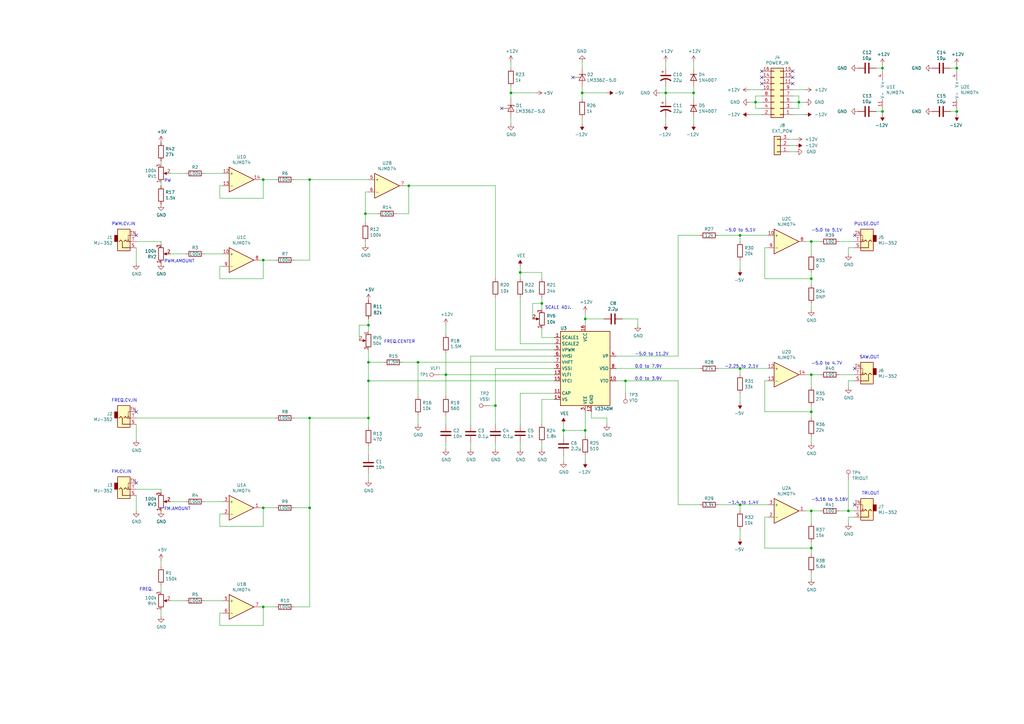
<source format=kicad_sch>
(kicad_sch (version 20211123) (generator eeschema)
  (paper "A3")
  (title_block (date "2020-03-26"))
  (junction (at 392.43 27.94))
  (junction (at 347.98 209.55))
  (junction (at 256.54 156.21))
  (junction (at 149.86 87.63))
  (junction (at 332.74 153.67))
  (junction (at 303.53 96.52))
  (junction (at 182.88 153.67))
  (junction (at 332.74 114.3))
  (junction (at 240.03 176.53))
  (junction (at 327.66 41.91))
  (junction (at 167.64 76.2))
  (junction (at 361.95 27.94))
  (junction (at 127 208.28))
  (junction (at 151.13 148.59))
  (junction (at 127 73.66))
  (junction (at 203.2 166.37))
  (junction (at 303.53 151.13))
  (junction (at 332.74 224.79))
  (junction (at 238.76 38.1))
  (junction (at 240.03 130.81))
  (junction (at 151.13 171.45))
  (junction (at 332.74 209.55))
  (junction (at 127 171.45))
  (junction (at 107.95 73.66))
  (junction (at 151.13 156.21))
  (junction (at 171.45 148.59))
  (junction (at 309.88 41.91))
  (junction (at 231.14 176.53))
  (junction (at 303.53 207.01))
  (junction (at 209.55 38.1))
  (junction (at 107.95 208.28))
  (junction (at 392.43 45.72))
  (junction (at 361.95 45.72))
  (junction (at 222.25 124.46))
  (junction (at 332.74 168.91))
  (junction (at 213.36 111.76))
  (junction (at 107.95 248.92))
  (junction (at 273.05 38.1))
  (junction (at 151.13 133.35))
  (junction (at 284.48 38.1))
  (junction (at 107.95 106.68))
  (junction (at 332.74 99.06))
  (no_connect (at 312.42 31.75))
  (no_connect (at 55.88 198.12))
  (no_connect (at 325.12 34.29))
  (no_connect (at 55.88 168.91))
  (no_connect (at 55.88 96.52))
  (no_connect (at 205.74 44.45))
  (no_connect (at 234.95 31.75))
  (no_connect (at 325.12 31.75))
  (no_connect (at 350.52 96.52))
  (no_connect (at 312.42 29.21))
  (no_connect (at 312.42 34.29))
  (no_connect (at 350.52 151.13))
  (no_connect (at 350.52 207.01))
  (no_connect (at 325.12 29.21))
  (wire (pts (xy 332.74 166.37) (xy 332.74 168.91)))
  (wire (pts (xy 392.43 26.67) (xy 392.43 27.94)))
  (wire (pts (xy 392.43 44.45) (xy 392.43 45.72)))
  (wire (pts (xy 332.74 104.14) (xy 332.74 99.06)))
  (wire (pts (xy 231.14 186.69) (xy 231.14 189.23)))
  (wire (pts (xy 325.12 36.83) (xy 330.2 36.83)))
  (wire (pts (xy 330.2 209.55) (xy 332.74 209.55)))
  (wire (pts (xy 240.03 130.81) (xy 247.65 130.81)))
  (wire (pts (xy 307.34 36.83) (xy 312.42 36.83)))
  (wire (pts (xy 347.98 196.85) (xy 347.98 209.55)))
  (wire (pts (xy 256.54 161.29) (xy 256.54 156.21)))
  (wire (pts (xy 90.17 76.2) (xy 90.17 81.28)))
  (wire (pts (xy 171.45 148.59) (xy 165.1 148.59)))
  (wire (pts (xy 90.17 114.3) (xy 107.95 114.3)))
  (wire (pts (xy 151.13 182.88) (xy 151.13 186.69)))
  (wire (pts (xy 120.65 208.28) (xy 127 208.28)))
  (wire (pts (xy 392.43 45.72) (xy 392.43 46.99)))
  (wire (pts (xy 203.2 181.61) (xy 203.2 184.15)))
  (wire (pts (xy 330.2 46.99) (xy 325.12 46.99)))
  (wire (pts (xy 120.65 171.45) (xy 127 171.45)))
  (wire (pts (xy 90.17 210.82) (xy 90.17 215.9)))
  (wire (pts (xy 203.2 173.99) (xy 203.2 166.37)))
  (wire (pts (xy 284.48 35.56) (xy 284.48 38.1)))
  (wire (pts (xy 107.95 208.28) (xy 106.68 208.28)))
  (wire (pts (xy 66.04 200.66) (xy 66.04 201.93)))
  (wire (pts (xy 323.85 59.69) (xy 326.39 59.69)))
  (wire (pts (xy 203.2 166.37) (xy 203.2 151.13)))
  (wire (pts (xy 359.41 27.94) (xy 361.95 27.94)))
  (wire (pts (xy 238.76 25.4) (xy 238.76 27.94)))
  (wire (pts (xy 350.52 212.09) (xy 347.98 212.09)))
  (wire (pts (xy 392.43 27.94) (xy 392.43 29.21)))
  (wire (pts (xy 240.03 130.81) (xy 240.03 133.35)))
  (wire (pts (xy 231.14 176.53) (xy 231.14 179.07)))
  (wire (pts (xy 326.39 62.23) (xy 323.85 62.23)))
  (wire (pts (xy 127 73.66) (xy 151.13 73.66)))
  (wire (pts (xy 151.13 148.59) (xy 151.13 156.21)))
  (wire (pts (xy 55.88 200.66) (xy 66.04 200.66)))
  (wire (pts (xy 332.74 158.75) (xy 332.74 153.67)))
  (wire (pts (xy 231.14 173.99) (xy 231.14 176.53)))
  (wire (pts (xy 273.05 48.26) (xy 273.05 50.8)))
  (wire (pts (xy 171.45 148.59) (xy 227.33 148.59)))
  (wire (pts (xy 91.44 76.2) (xy 90.17 76.2)))
  (wire (pts (xy 231.14 176.53) (xy 240.03 176.53)))
  (wire (pts (xy 248.92 171.45) (xy 248.92 173.99)))
  (wire (pts (xy 222.25 181.61) (xy 222.25 184.15)))
  (wire (pts (xy 284.48 48.26) (xy 284.48 50.8)))
  (wire (pts (xy 313.69 101.6) (xy 313.69 114.3)))
  (wire (pts (xy 151.13 156.21) (xy 227.33 156.21)))
  (wire (pts (xy 361.95 45.72) (xy 361.95 46.99)))
  (wire (pts (xy 330.2 41.91) (xy 327.66 41.91)))
  (wire (pts (xy 157.48 148.59) (xy 151.13 148.59)))
  (wire (pts (xy 330.2 153.67) (xy 332.74 153.67)))
  (wire (pts (xy 203.2 143.51) (xy 203.2 121.92)))
  (wire (pts (xy 240.03 186.69) (xy 240.03 189.23)))
  (wire (pts (xy 278.13 96.52) (xy 287.02 96.52)))
  (wire (pts (xy 312.42 41.91) (xy 309.88 41.91)))
  (wire (pts (xy 182.88 153.67) (xy 182.88 162.56)))
  (wire (pts (xy 90.17 251.46) (xy 90.17 256.54)))
  (wire (pts (xy 149.86 99.06) (xy 149.86 100.33)))
  (wire (pts (xy 107.95 114.3) (xy 107.95 106.68)))
  (wire (pts (xy 309.88 41.91) (xy 309.88 39.37)))
  (wire (pts (xy 107.95 106.68) (xy 106.68 106.68)))
  (wire (pts (xy 347.98 212.09) (xy 347.98 214.63)))
  (wire (pts (xy 83.82 104.14) (xy 91.44 104.14)))
  (wire (pts (xy 120.65 248.92) (xy 127 248.92)))
  (wire (pts (xy 180.34 153.67) (xy 182.88 153.67)))
  (wire (pts (xy 273.05 38.1) (xy 273.05 35.56)))
  (wire (pts (xy 314.96 212.09) (xy 313.69 212.09)))
  (wire (pts (xy 326.39 57.15) (xy 323.85 57.15)))
  (wire (pts (xy 154.94 87.63) (xy 149.86 87.63)))
  (wire (pts (xy 325.12 41.91) (xy 327.66 41.91)))
  (wire (pts (xy 90.17 215.9) (xy 107.95 215.9)))
  (wire (pts (xy 294.64 207.01) (xy 303.53 207.01)))
  (wire (pts (xy 193.04 181.61) (xy 193.04 184.15)))
  (wire (pts (xy 213.36 161.29) (xy 213.36 173.99)))
  (wire (pts (xy 350.52 156.21) (xy 347.98 156.21)))
  (wire (pts (xy 66.04 74.93) (xy 66.04 76.2)))
  (wire (pts (xy 240.03 176.53) (xy 240.03 179.07)))
  (wire (pts (xy 113.03 106.68) (xy 107.95 106.68)))
  (wire (pts (xy 151.13 130.81) (xy 151.13 133.35)))
  (wire (pts (xy 167.64 76.2) (xy 166.37 76.2)))
  (wire (pts (xy 347.98 209.55) (xy 350.52 209.55)))
  (wire (pts (xy 83.82 246.38) (xy 91.44 246.38)))
  (wire (pts (xy 332.74 153.67) (xy 336.55 153.67)))
  (wire (pts (xy 120.65 73.66) (xy 127 73.66)))
  (wire (pts (xy 66.04 250.19) (xy 66.04 252.73)))
  (wire (pts (xy 303.53 217.17) (xy 303.53 220.98)))
  (wire (pts (xy 222.25 124.46) (xy 222.25 127)))
  (wire (pts (xy 55.88 203.2) (xy 55.88 209.55)))
  (wire (pts (xy 107.95 73.66) (xy 113.03 73.66)))
  (wire (pts (xy 238.76 38.1) (xy 238.76 40.64)))
  (wire (pts (xy 66.04 240.03) (xy 66.04 242.57)))
  (wire (pts (xy 256.54 156.21) (xy 252.73 156.21)))
  (wire (pts (xy 361.95 44.45) (xy 361.95 45.72)))
  (wire (pts (xy 83.82 71.12) (xy 91.44 71.12)))
  (wire (pts (xy 209.55 38.1) (xy 209.55 40.64)))
  (wire (pts (xy 227.33 140.97) (xy 213.36 140.97)))
  (wire (pts (xy 222.25 163.83) (xy 227.33 163.83)))
  (wire (pts (xy 238.76 35.56) (xy 238.76 38.1)))
  (wire (pts (xy 127 171.45) (xy 151.13 171.45)))
  (wire (pts (xy 332.74 168.91) (xy 313.69 168.91)))
  (wire (pts (xy 107.95 73.66) (xy 106.68 73.66)))
  (wire (pts (xy 55.88 101.6) (xy 55.88 107.95)))
  (wire (pts (xy 252.73 151.13) (xy 287.02 151.13)))
  (wire (pts (xy 218.44 124.46) (xy 222.25 124.46)))
  (wire (pts (xy 284.48 38.1) (xy 284.48 40.64)))
  (wire (pts (xy 350.52 101.6) (xy 347.98 101.6)))
  (wire (pts (xy 278.13 156.21) (xy 256.54 156.21)))
  (wire (pts (xy 347.98 156.21) (xy 347.98 158.75)))
  (wire (pts (xy 242.57 168.91) (xy 242.57 171.45)))
  (wire (pts (xy 147.32 133.35) (xy 147.32 139.7)))
  (wire (pts (xy 332.74 179.07) (xy 332.74 181.61)))
  (wire (pts (xy 182.88 181.61) (xy 182.88 184.15)))
  (wire (pts (xy 332.74 99.06) (xy 336.55 99.06)))
  (wire (pts (xy 238.76 48.26) (xy 238.76 50.8)))
  (wire (pts (xy 309.88 41.91) (xy 307.34 41.91)))
  (wire (pts (xy 273.05 38.1) (xy 284.48 38.1)))
  (wire (pts (xy 120.65 106.68) (xy 127 106.68)))
  (wire (pts (xy 107.95 81.28) (xy 107.95 73.66)))
  (wire (pts (xy 332.74 222.25) (xy 332.74 224.79)))
  (wire (pts (xy 193.04 146.05) (xy 193.04 173.99)))
  (wire (pts (xy 332.74 234.95) (xy 332.74 237.49)))
  (wire (pts (xy 313.69 212.09) (xy 313.69 224.79)))
  (wire (pts (xy 151.13 133.35) (xy 147.32 133.35)))
  (wire (pts (xy 209.55 25.4) (xy 209.55 27.94)))
  (wire (pts (xy 240.03 128.27) (xy 240.03 130.81)))
  (wire (pts (xy 344.17 153.67) (xy 350.52 153.67)))
  (wire (pts (xy 332.74 124.46) (xy 332.74 127)))
  (wire (pts (xy 314.96 207.01) (xy 303.53 207.01)))
  (wire (pts (xy 314.96 151.13) (xy 303.53 151.13)))
  (wire (pts (xy 332.74 168.91) (xy 332.74 171.45)))
  (wire (pts (xy 332.74 111.76) (xy 332.74 114.3)))
  (wire (pts (xy 303.53 161.29) (xy 303.53 165.1)))
  (wire (pts (xy 332.74 224.79) (xy 313.69 224.79)))
  (wire (pts (xy 90.17 81.28) (xy 107.95 81.28)))
  (wire (pts (xy 294.64 96.52) (xy 303.53 96.52)))
  (wire (pts (xy 127 248.92) (xy 127 208.28)))
  (wire (pts (xy 314.96 101.6) (xy 313.69 101.6)))
  (wire (pts (xy 312.42 46.99) (xy 307.34 46.99)))
  (wire (pts (xy 294.64 151.13) (xy 303.53 151.13)))
  (wire (pts (xy 55.88 99.06) (xy 66.04 99.06)))
  (wire (pts (xy 314.96 156.21) (xy 313.69 156.21)))
  (wire (pts (xy 278.13 156.21) (xy 278.13 207.01)))
  (wire (pts (xy 344.17 99.06) (xy 350.52 99.06)))
  (wire (pts (xy 213.36 181.61) (xy 213.36 184.15)))
  (wire (pts (xy 149.86 78.74) (xy 149.86 87.63)))
  (wire (pts (xy 107.95 256.54) (xy 107.95 248.92)))
  (wire (pts (xy 91.44 251.46) (xy 90.17 251.46)))
  (wire (pts (xy 151.13 133.35) (xy 151.13 135.89)))
  (wire (pts (xy 218.44 130.81) (xy 218.44 124.46)))
  (wire (pts (xy 240.03 168.91) (xy 240.03 176.53)))
  (wire (pts (xy 332.74 224.79) (xy 332.74 227.33)))
  (wire (pts (xy 359.41 45.72) (xy 361.95 45.72)))
  (wire (pts (xy 389.89 27.94) (xy 392.43 27.94)))
  (wire (pts (xy 203.2 114.3) (xy 203.2 76.2)))
  (wire (pts (xy 303.53 207.01) (xy 303.53 209.55)))
  (wire (pts (xy 222.25 163.83) (xy 222.25 173.99)))
  (wire (pts (xy 213.36 161.29) (xy 227.33 161.29)))
  (wire (pts (xy 203.2 151.13) (xy 227.33 151.13)))
  (wire (pts (xy 227.33 143.51) (xy 203.2 143.51)))
  (wire (pts (xy 127 208.28) (xy 127 171.45)))
  (wire (pts (xy 113.03 208.28) (xy 107.95 208.28)))
  (wire (pts (xy 222.25 121.92) (xy 222.25 124.46)))
  (wire (pts (xy 162.56 87.63) (xy 167.64 87.63)))
  (wire (pts (xy 69.85 246.38) (xy 76.2 246.38)))
  (wire (pts (xy 327.66 41.91) (xy 327.66 39.37)))
  (wire (pts (xy 278.13 207.01) (xy 287.02 207.01)))
  (wire (pts (xy 314.96 96.52) (xy 303.53 96.52)))
  (wire (pts (xy 66.04 99.06) (xy 66.04 100.33)))
  (wire (pts (xy 327.66 44.45) (xy 327.66 41.91)))
  (wire (pts (xy 182.88 133.35) (xy 182.88 137.16)))
  (wire (pts (xy 182.88 144.78) (xy 182.88 153.67)))
  (wire (pts (xy 344.17 209.55) (xy 347.98 209.55)))
  (wire (pts (xy 222.25 138.43) (xy 227.33 138.43)))
  (wire (pts (xy 312.42 39.37) (xy 309.88 39.37)))
  (wire (pts (xy 90.17 256.54) (xy 107.95 256.54)))
  (wire (pts (xy 151.13 156.21) (xy 151.13 171.45)))
  (wire (pts (xy 200.66 166.37) (xy 203.2 166.37)))
  (wire (pts (xy 66.04 229.87) (xy 66.04 232.41)))
  (wire (pts (xy 213.36 121.92) (xy 213.36 140.97)))
  (wire (pts (xy 242.57 171.45) (xy 248.92 171.45)))
  (wire (pts (xy 325.12 44.45) (xy 327.66 44.45)))
  (wire (pts (xy 213.36 111.76) (xy 222.25 111.76)))
  (wire (pts (xy 83.82 205.74) (xy 91.44 205.74)))
  (wire (pts (xy 151.13 171.45) (xy 151.13 175.26)))
  (wire (pts (xy 309.88 44.45) (xy 309.88 41.91)))
  (wire (pts (xy 55.88 173.99) (xy 55.88 180.34)))
  (wire (pts (xy 107.95 215.9) (xy 107.95 208.28)))
  (wire (pts (xy 193.04 146.05) (xy 227.33 146.05)))
  (wire (pts (xy 219.71 38.1) (xy 209.55 38.1)))
  (wire (pts (xy 248.92 38.1) (xy 238.76 38.1)))
  (wire (pts (xy 303.53 96.52) (xy 303.53 99.06)))
  (wire (pts (xy 222.25 134.62) (xy 222.25 138.43)))
  (wire (pts (xy 171.45 162.56) (xy 171.45 148.59)))
  (wire (pts (xy 261.62 130.81) (xy 261.62 133.35)))
  (wire (pts (xy 332.74 114.3) (xy 313.69 114.3)))
  (wire (pts (xy 284.48 25.4) (xy 284.48 27.94)))
  (wire (pts (xy 361.95 27.94) (xy 361.95 29.21)))
  (wire (pts (xy 303.53 151.13) (xy 303.53 153.67)))
  (wire (pts (xy 222.25 111.76) (xy 222.25 114.3)))
  (wire (pts (xy 167.64 87.63) (xy 167.64 76.2)))
  (wire (pts (xy 278.13 96.52) (xy 278.13 146.05)))
  (wire (pts (xy 209.55 48.26) (xy 209.55 50.8)))
  (wire (pts (xy 303.53 106.68) (xy 303.53 110.49)))
  (wire (pts (xy 209.55 35.56) (xy 209.55 38.1)))
  (wire (pts (xy 332.74 209.55) (xy 332.74 214.63)))
  (wire (pts (xy 182.88 153.67) (xy 227.33 153.67)))
  (wire (pts (xy 203.2 76.2) (xy 167.64 76.2)))
  (wire (pts (xy 278.13 146.05) (xy 252.73 146.05)))
  (wire (pts (xy 313.69 156.21) (xy 313.69 168.91)))
  (wire (pts (xy 213.36 114.3) (xy 213.36 111.76)))
  (wire (pts (xy 69.85 71.12) (xy 76.2 71.12)))
  (wire (pts (xy 91.44 109.22) (xy 90.17 109.22)))
  (wire (pts (xy 107.95 248.92) (xy 106.68 248.92)))
  (wire (pts (xy 151.13 78.74) (xy 149.86 78.74)))
  (wire (pts (xy 389.89 45.72) (xy 392.43 45.72)))
  (wire (pts (xy 151.13 143.51) (xy 151.13 148.59)))
  (wire (pts (xy 113.03 171.45) (xy 55.88 171.45)))
  (wire (pts (xy 213.36 111.76) (xy 213.36 109.22)))
  (wire (pts (xy 332.74 114.3) (xy 332.74 116.84)))
  (wire (pts (xy 330.2 99.06) (xy 332.74 99.06)))
  (wire (pts (xy 273.05 27.94) (xy 273.05 25.4)))
  (wire (pts (xy 182.88 170.18) (xy 182.88 173.99)))
  (wire (pts (xy 91.44 210.82) (xy 90.17 210.82)))
  (wire (pts (xy 273.05 38.1) (xy 273.05 40.64)))
  (wire (pts (xy 361.95 26.67) (xy 361.95 27.94)))
  (wire (pts (xy 171.45 170.18) (xy 171.45 173.99)))
  (wire (pts (xy 325.12 39.37) (xy 327.66 39.37)))
  (wire (pts (xy 332.74 209.55) (xy 336.55 209.55)))
  (wire (pts (xy 107.95 248.92) (xy 113.03 248.92)))
  (wire (pts (xy 127 73.66) (xy 127 106.68)))
  (wire (pts (xy 69.85 104.14) (xy 76.2 104.14)))
  (wire (pts (xy 66.04 66.04) (xy 66.04 67.31)))
  (wire (pts (xy 255.27 130.81) (xy 261.62 130.81)))
  (wire (pts (xy 69.85 205.74) (xy 76.2 205.74)))
  (wire (pts (xy 90.17 109.22) (xy 90.17 114.3)))
  (wire (pts (xy 347.98 101.6) (xy 347.98 104.14)))
  (wire (pts (xy 151.13 194.31) (xy 151.13 196.85)))
  (wire (pts (xy 312.42 44.45) (xy 309.88 44.45)))
  (wire (pts (xy 270.51 38.1) (xy 273.05 38.1)))
  (wire (pts (xy 149.86 87.63) (xy 149.86 91.44)))
  (text "PULSE.OUT" (at 360.68 92.71 180) (effects (font (size 1.27 1.27)) (justify right bottom)))
  (text "0.0 to 7.9V" (at 260.35 151.13 0) (effects (font (size 1.27 1.27)) (justify left bottom)))
  (text "-5.0 to 11.2V" (at 260.35 146.05 0) (effects (font (size 1.27 1.27)) (justify left bottom)))
  (text "TRI.OUT" (at 360.68 203.2 180) (effects (font (size 1.27 1.27)) (justify right bottom)))
  (text "FREQ.CV.IN" (at 45.72 165.1 0) (effects (font (size 1.27 1.27)) (justify left bottom)))
  (text "-5.0 to 5.1V" (at 332.74 95.25 0) (effects (font (size 1.27 1.27)) (justify left bottom)))
  (text "-5.16 to 5.16V" (at 332.74 205.74 0) (effects (font (size 1.27 1.27)) (justify left bottom)))
  (text "0.0 to 3.9V" (at 260.35 156.21 0) (effects (font (size 1.27 1.27)) (justify left bottom)))
  (text "-2.25 to 2.1V" (at 297.18 151.13 0) (effects (font (size 1.27 1.27)) (justify left bottom)))
  (text "-5.0 to 4.7V" (at 332.74 149.86 0) (effects (font (size 1.27 1.27)) (justify left bottom)))
  (text "PWM.CV.IN" (at 45.72 92.71 0) (effects (font (size 1.27 1.27)) (justify left bottom)))
  (text "SCALE ADJ." (at 223.52 127 0) (effects (font (size 1.27 1.27)) (justify left bottom)))
  (text "PWM.AMOUNT" (at 67.31 107.95 0) (effects (font (size 1.27 1.27)) (justify left bottom)))
  (text "-1.4 to 1.4V" (at 298.45 207.01 0) (effects (font (size 1.27 1.27)) (justify left bottom)))
  (text "-5.0 to 5.1V" (at 297.18 95.25 0) (effects (font (size 1.27 1.27)) (justify left bottom)))
  (text "FREQ." (at 57.15 242.57 0) (effects (font (size 1.27 1.27)) (justify left bottom)))
  (text "FM.AMOUNT" (at 67.31 209.55 0) (effects (font (size 1.27 1.27)) (justify left bottom)))
  (text "PW" (at 67.31 74.93 0) (effects (font (size 1.27 1.27)) (justify left bottom)))
  (text "FM.CV.IN" (at 45.72 194.31 0) (effects (font (size 1.27 1.27)) (justify left bottom)))
  (text "SAW.OUT" (at 360.68 147.32 180) (effects (font (size 1.27 1.27)) (justify right bottom)))
  (text "FREQ.CENTER" (at 157.48 140.97 0) (effects (font (size 1.27 1.27)) (justify left bottom)))
  (symbol (lib_id "Audio:AS3340") (at 240.03 151.13 0) (unit 1)
    (property "Reference" "U3" (at 231.14 134.62 0))
    (property "Value" "V3340M" (at 247.65 167.64 0))
    (property "Footprint" "Package_SO:SOIC-16_3.9x9.9mm_P1.27mm" (effects hide))
  )
  (symbol (lib_id "Device:C") (at 151.13 190.5 0) (unit 1)
    (property "Reference" "C1" (at 154.051 189.3316 0) (effects (justify left)))
    (property "Value" "10n" (at 154.051 191.643 0) (effects (justify left)))
    (property "Footprint" "C_addition:C_Rect_L4.0mm_W2.5mm_P2.50mm" (effects hide))
  )
  (symbol (lib_id "Device:R") (at 222.25 177.8 0) (unit 1)
    (property "Reference" "R24" (at 224.028 176.6316 0) (effects (justify left)))
    (property "Value" "1.8k" (at 224.028 178.943 0) (effects (justify left)))
    (property "Footprint" "Resistor_THT:R_Axial_DIN0207_L6.3mm_D2.5mm_P2.54mm_Vertical" (effects hide))
  )
  (symbol (lib_id "power:+12V") (at 240.03 128.27 0) (unit 1)
    (property "Reference" "#PWR026" (effects hide))
    (property "Value" "+12V" (at 240.411 123.8758 0))
  )
  (symbol (lib_id "power:-12V") (at 240.03 189.23 180) (unit 1)
    (property "Reference" "#PWR027" (effects hide))
    (property "Value" "-12V" (at 239.649 193.6242 0))
  )
  (symbol (lib_id "power:GND") (at 248.92 173.99 0) (unit 1)
    (property "Reference" "#PWR028" (effects hide))
    (property "Value" "GND" (at 249.047 178.3842 0))
  )
  (symbol (lib_id "Device:R_Potentiometer") (at 222.25 130.81 180) (unit 1)
    (property "Reference" "RV6" (at 226.06 129.54 0))
    (property "Value" "10k" (at 226.06 132.08 0))
    (property "Footprint" "Potentiometer_THT:Potentiometer_Bourns_3006P_Horizontal" (effects hide))
  )
  (symbol (lib_id "Device:R") (at 222.25 118.11 180) (unit 1)
    (property "Reference" "R21" (at 226.06 116.84 0))
    (property "Value" "24k" (at 226.06 119.38 0))
    (property "Footprint" "Resistor_THT:R_Axial_DIN0207_L6.3mm_D2.5mm_P10.16mm_Horizontal" (effects hide))
  )
  (symbol (lib_id "Device:R") (at 213.36 118.11 180) (unit 1)
    (property "Reference" "R22" (at 217.17 116.84 0))
    (property "Value" "5.6k" (at 217.17 119.38 0))
    (property "Footprint" "Resistor_THT:R_Axial_DIN0207_L6.3mm_D2.5mm_P2.54mm_Vertical" (effects hide))
  )
  (symbol (lib_id "Device:R") (at 240.03 182.88 0) (unit 1)
    (property "Reference" "R25" (at 241.808 181.7116 0) (effects (justify left)))
    (property "Value" "510" (at 241.808 184.023 0) (effects (justify left)))
    (property "Footprint" "Resistor_THT:R_Axial_DIN0207_L6.3mm_D2.5mm_P10.16mm_Horizontal" (effects hide))
  )
  (symbol (lib_id "Device:R") (at 116.84 171.45 270) (unit 1)
    (property "Reference" "R8" (at 116.84 168.91 90))
    (property "Value" "100k" (at 116.84 171.45 90))
    (property "Footprint" "Resistor_THT:R_Axial_DIN0207_L6.3mm_D2.5mm_P2.54mm_Vertical" (effects hide))
  )
  (symbol (lib_id "power:GND") (at 171.45 173.99 0) (unit 1)
    (property "Reference" "#PWR013" (effects hide))
    (property "Value" "GND" (at 171.577 178.3842 0))
  )
  (symbol (lib_id "Device:C") (at 213.36 177.8 0) (unit 1)
    (property "Reference" "C5" (at 216.281 176.6316 0) (effects (justify left)))
    (property "Value" "1n" (at 216.281 178.943 0) (effects (justify left)))
    (property "Footprint" "C_addition:C_Rect_L4.0mm_W2.5mm_P2.50mm" (effects hide))
  )
  (symbol (lib_id "Device:R") (at 171.45 166.37 0) (unit 1)
    (property "Reference" "R16" (at 173.228 165.2016 0) (effects (justify left)))
    (property "Value" "10k" (at 173.228 167.513 0) (effects (justify left)))
    (property "Footprint" "Resistor_THT:R_Axial_DIN0207_L6.3mm_D2.5mm_P2.54mm_Vertical" (effects hide))
  )
  (symbol (lib_id "power:PWR_FLAG") (at 458.47 20.32 0) (unit 1)
    (property "Reference" "#FLG04" (effects hide))
    (property "Value" "PWR_FLAG" (at 458.47 15.9258 0))
  )
  (symbol (lib_id "power:GND") (at 222.25 184.15 0) (unit 1)
    (property "Reference" "#PWR022" (effects hide))
    (property "Value" "GND" (at 222.377 188.5442 0))
  )
  (symbol (lib_id "power:GND") (at 213.36 184.15 0) (unit 1)
    (property "Reference" "#PWR019" (effects hide))
    (property "Value" "GND" (at 213.487 188.5442 0))
  )
  (symbol (lib_id "power:+12V") (at 438.15 7.62 0) (unit 1)
    (property "Reference" "#PWR060" (effects hide))
    (property "Value" "+12V" (at 438.531 3.2258 0))
  )
  (symbol (lib_id "power:-12V") (at 438.15 20.32 180) (unit 1)
    (property "Reference" "#PWR061" (effects hide))
    (property "Value" "-12V" (at 437.769 24.7142 0))
  )
  (symbol (lib_id "power:GND") (at 458.47 20.32 0) (unit 1)
    (property "Reference" "#PWR063" (effects hide))
    (property "Value" "GND" (at 458.597 24.7142 0))
  )
  (symbol (lib_id "power:PWR_FLAG") (at 438.15 20.32 0) (unit 1)
    (property "Reference" "#FLG02" (effects hide))
    (property "Value" "PWR_FLAG" (at 438.15 15.9258 0))
  )
  (symbol (lib_id "power:PWR_FLAG") (at 438.15 7.62 180) (unit 1)
    (property "Reference" "#FLG01" (effects hide))
    (property "Value" "PWR_FLAG" (at 438.15 12.0142 0))
  )
  (symbol (lib_id "power:+5V") (at 448.31 7.62 0) (unit 1)
    (property "Reference" "#PWR062" (effects hide))
    (property "Value" "+5V" (at 448.691 3.2258 0))
  )
  (symbol (lib_id "Device:R") (at 151.13 179.07 0) (unit 1)
    (property "Reference" "R13" (at 152.908 177.9016 0) (effects (justify left)))
    (property "Value" "470" (at 152.908 180.213 0) (effects (justify left)))
    (property "Footprint" "Resistor_THT:R_Axial_DIN0207_L6.3mm_D2.5mm_P2.54mm_Vertical" (effects hide))
  )
  (symbol (lib_id "power:GND") (at 151.13 196.85 0) (unit 1)
    (property "Reference" "#PWR012" (effects hide))
    (property "Value" "GND" (at 151.257 201.2442 0))
  )
  (symbol (lib_id "power:PWR_FLAG") (at 448.31 7.62 180) (unit 1)
    (property "Reference" "#FLG03" (effects hide))
    (property "Value" "PWR_FLAG" (at 448.31 12.0142 0))
  )
  (symbol (lib_id "Device:R") (at 303.53 102.87 0) (unit 1)
    (property "Reference" "R30" (at 305.308 101.7016 0) (effects (justify left)))
    (property "Value" "20k" (at 305.308 104.013 0) (effects (justify left)))
    (property "Footprint" "Resistor_THT:R_Axial_DIN0207_L6.3mm_D2.5mm_P2.54mm_Vertical" (effects hide))
  )
  (symbol (lib_id "power:PWR_FLAG") (at 458.47 7.62 180) (unit 1)
    (property "Reference" "#FLG05" (effects hide))
    (property "Value" "PWR_FLAG" (at 458.47 12.0142 0))
  )
  (symbol (lib_id "Device:R_Potentiometer") (at 66.04 71.12 0) (mirror x) (unit 1)
    (property "Reference" "RV1" (at 64.2874 72.2884 0) (effects (justify right)))
    (property "Value" "100k" (at 64.2874 69.977 0) (effects (justify right)))
    (property "Footprint" "Potentiometer_THT:Potentiometer_Alps_RK097_Single_Horizontal" (effects hide))
  )
  (symbol (lib_id "power:GND") (at 66.04 83.82 0) (unit 1)
    (property "Reference" "#PWR05" (effects hide))
    (property "Value" "GND" (at 66.167 88.2142 0))
  )
  (symbol (lib_id "power:+5V") (at 66.04 58.42 0) (unit 1)
    (property "Reference" "#PWR04" (effects hide))
    (property "Value" "+5V" (at 66.421 54.0258 0))
  )
  (symbol (lib_id "Connector:AudioJack2_SwitchT") (at 355.6 99.06 180) (unit 1)
    (property "Reference" "J5" (at 360.172 97.3582 0) (effects (justify right)))
    (property "Value" "MJ-352" (at 360.172 99.6696 0) (effects (justify right)))
    (property "Footprint" "marushin:MJ-352" (effects hide))
  )
  (symbol (lib_id "Device:R") (at 151.13 127 180) (unit 1)
    (property "Reference" "R11" (at 154.94 125.73 0))
    (property "Value" "82k" (at 154.94 128.27 0))
    (property "Footprint" "Resistor_THT:R_Axial_DIN0207_L6.3mm_D2.5mm_P10.16mm_Horizontal" (effects hide))
  )
  (symbol (lib_id "Device:R_Potentiometer") (at 66.04 104.14 0) (mirror x) (unit 1)
    (property "Reference" "RV2" (at 64.2874 105.3084 0) (effects (justify right)))
    (property "Value" "100k" (at 64.2874 102.997 0) (effects (justify right)))
    (property "Footprint" "Potentiometer_THT:Potentiometer_Alps_RK097_Single_Horizontal" (effects hide))
  )
  (symbol (lib_id "Connector:AudioJack2_SwitchT") (at 50.8 99.06 0) (mirror x) (unit 1)
    (property "Reference" "J1" (at 46.228 97.3582 0) (effects (justify right)))
    (property "Value" "MJ-352" (at 46.228 99.6696 0) (effects (justify right)))
    (property "Footprint" "marushin:MJ-352" (effects hide))
  )
  (symbol (lib_id "Device:R") (at 161.29 148.59 270) (unit 1)
    (property "Reference" "R15" (at 161.29 146.05 90))
    (property "Value" "1.5M" (at 161.29 148.59 90))
    (property "Footprint" "Resistor_THT:R_Axial_DIN0207_L6.3mm_D2.5mm_P2.54mm_Vertical" (effects hide))
  )
  (symbol (lib_id "power:GND") (at 55.88 107.95 0) (unit 1)
    (property "Reference" "#PWR01" (effects hide))
    (property "Value" "GND" (at 56.007 112.3442 0))
  )
  (symbol (lib_id "power:GND") (at 66.04 107.95 0) (unit 1)
    (property "Reference" "#PWR06" (effects hide))
    (property "Value" "GND" (at 66.167 112.3442 0))
  )
  (symbol (lib_id "Device:C") (at 193.04 177.8 0) (unit 1)
    (property "Reference" "C3" (at 195.961 176.6316 0) (effects (justify left)))
    (property "Value" "0.1μ" (at 195.961 178.943 0) (effects (justify left)))
    (property "Footprint" "Capacitor_THT:C_Rect_L7.2mm_W5.5mm_P5.00mm_FKS2_FKP2_MKS2_MKP2" (effects hide))
  )
  (symbol (lib_id "Device:C") (at 203.2 177.8 0) (unit 1)
    (property "Reference" "C4" (at 206.121 176.6316 0) (effects (justify left)))
    (property "Value" "0.1μ" (at 206.121 178.943 0) (effects (justify left)))
    (property "Footprint" "Capacitor_THT:C_Rect_L7.2mm_W5.5mm_P5.00mm_FKS2_FKP2_MKS2_MKP2" (effects hide))
  )
  (symbol (lib_id "power:GND") (at 203.2 184.15 0) (unit 1)
    (property "Reference" "#PWR018" (effects hide))
    (property "Value" "GND" (at 203.327 188.5442 0))
  )
  (symbol (lib_id "power:GND") (at 193.04 184.15 0) (unit 1)
    (property "Reference" "#PWR017" (effects hide))
    (property "Value" "GND" (at 193.167 188.5442 0))
  )
  (symbol (lib_id "power:+12V") (at 182.88 133.35 0) (unit 1)
    (property "Reference" "#PWR014" (effects hide))
    (property "Value" "+12V" (at 183.261 128.9558 0))
  )
  (symbol (lib_id "Device:R") (at 182.88 140.97 0) (unit 1)
    (property "Reference" "R18" (at 184.658 139.8016 0) (effects (justify left)))
    (property "Value" "1.5M" (at 184.658 142.113 0) (effects (justify left)))
    (property "Footprint" "Resistor_THT:R_Axial_DIN0207_L6.3mm_D2.5mm_P2.54mm_Vertical" (effects hide))
  )
  (symbol (lib_id "Device:C") (at 182.88 177.8 0) (unit 1)
    (property "Reference" "C2" (at 185.801 176.6316 0) (effects (justify left)))
    (property "Value" "10n" (at 185.801 178.943 0) (effects (justify left)))
    (property "Footprint" "C_addition:C_Rect_L4.0mm_W2.5mm_P2.50mm" (effects hide))
  )
  (symbol (lib_id "Device:R") (at 182.88 166.37 0) (unit 1)
    (property "Reference" "R19" (at 184.658 165.2016 0) (effects (justify left)))
    (property "Value" "560" (at 184.658 167.513 0) (effects (justify left)))
    (property "Footprint" "Resistor_THT:R_Axial_DIN0207_L6.3mm_D2.5mm_P2.54mm_Vertical" (effects hide))
  )
  (symbol (lib_id "power:GND") (at 182.88 184.15 0) (unit 1)
    (property "Reference" "#PWR015" (effects hide))
    (property "Value" "GND" (at 183.007 188.5442 0))
  )
  (symbol (lib_id "Connector:AudioJack2_SwitchT") (at 355.6 153.67 180) (unit 1)
    (property "Reference" "J6" (at 360.172 151.9682 0) (effects (justify right)))
    (property "Value" "MJ-352" (at 360.172 154.2796 0) (effects (justify right)))
    (property "Footprint" "marushin:MJ-352" (effects hide))
  )
  (symbol (lib_id "Connector:AudioJack2_SwitchT") (at 355.6 209.55 180) (unit 1)
    (property "Reference" "J7" (at 360.172 207.8482 0) (effects (justify right)))
    (property "Value" "MJ-352" (at 360.172 210.1596 0) (effects (justify right)))
    (property "Footprint" "marushin:MJ-352" (effects hide))
  )
  (symbol (lib_id "Device:C") (at 386.08 27.94 270) (unit 1)
    (property "Reference" "C14" (at 386.08 21.5392 90))
    (property "Value" "10μ" (at 386.08 23.8506 90))
    (property "Footprint" "Capacitor_THT:C_Disc_D5.1mm_W3.2mm_P5.00mm" (effects hide))
  )
  (symbol (lib_id "Device:C") (at 386.08 45.72 270) (unit 1)
    (property "Reference" "C15" (at 386.08 39.3192 90))
    (property "Value" "10μ" (at 386.08 41.6306 90))
    (property "Footprint" "Capacitor_THT:C_Disc_D5.1mm_W3.2mm_P5.00mm" (effects hide))
  )
  (symbol (lib_id "Device:R_Potentiometer") (at 66.04 246.38 0) (mirror x) (unit 1)
    (property "Reference" "RV4" (at 64.2874 247.5484 0) (effects (justify right)))
    (property "Value" "100k" (at 64.2874 245.237 0) (effects (justify right)))
    (property "Footprint" "Potentiometer_THT:Potentiometer_Alps_RK097_Single_Horizontal" (effects hide))
  )
  (symbol (lib_id "Amplifier_Operational:TL074") (at 99.06 248.92 0) (unit 2)
    (property "Reference" "U1" (at 99.06 239.5982 0))
    (property "Value" "NJM074" (at 99.06 241.9096 0))
    (property "Footprint" "Package_DIP:DIP-14_W7.62mm_LongPads" (effects hide))
  )
  (symbol (lib_id "Device:R") (at 116.84 248.92 270) (unit 1)
    (property "Reference" "R10" (at 116.84 246.38 90))
    (property "Value" "100k" (at 116.84 248.92 90))
    (property "Footprint" "Resistor_THT:R_Axial_DIN0207_L6.3mm_D2.5mm_P2.54mm_Vertical" (effects hide))
  )
  (symbol (lib_id "power:+12V") (at 392.43 26.67 0) (unit 1)
    (property "Reference" "#PWR058" (effects hide))
    (property "Value" "+12V" (at 392.811 22.2758 0))
  )
  (symbol (lib_id "power:-12V") (at 392.43 46.99 180) (unit 1)
    (property "Reference" "#PWR059" (effects hide))
    (property "Value" "-12V" (at 392.049 51.3842 0))
  )
  (symbol (lib_id "Device:R") (at 340.36 99.06 270) (unit 1)
    (property "Reference" "R39" (at 340.36 96.52 90))
    (property "Value" "100" (at 340.36 99.06 90))
    (property "Footprint" "Resistor_THT:R_Axial_DIN0207_L6.3mm_D2.5mm_P10.16mm_Horizontal" (effects hide))
  )
  (symbol (lib_id "Device:R") (at 203.2 118.11 180) (unit 1)
    (property "Reference" "R20" (at 207.01 116.84 0))
    (property "Value" "10k" (at 207.01 119.38 0))
    (property "Footprint" "Resistor_THT:R_Axial_DIN0207_L6.3mm_D2.5mm_P10.16mm_Horizontal" (effects hide))
  )
  (symbol (lib_id "Amplifier_Operational:TL074") (at 99.06 73.66 0) (unit 4)
    (property "Reference" "U1" (at 99.06 64.3382 0))
    (property "Value" "NJM074" (at 99.06 66.6496 0))
    (property "Footprint" "Package_DIP:DIP-14_W7.62mm_LongPads" (effects hide))
  )
  (symbol (lib_id "Amplifier_Operational:TL074") (at 99.06 106.68 0) (unit 3)
    (property "Reference" "U1" (at 99.06 97.3582 0))
    (property "Value" "NJM074" (at 99.06 99.6696 0))
    (property "Footprint" "Package_DIP:DIP-14_W7.62mm_LongPads" (effects hide))
  )
  (symbol (lib_id "power:+12V") (at 361.95 26.67 0) (unit 1)
    (property "Reference" "#PWR054" (effects hide))
    (property "Value" "+12V" (at 362.331 22.2758 0))
  )
  (symbol (lib_id "power:-12V") (at 361.95 46.99 180) (unit 1)
    (property "Reference" "#PWR055" (effects hide))
    (property "Value" "-12V" (at 361.569 51.3842 0))
  )
  (symbol (lib_id "Device:C") (at 355.6 27.94 270) (unit 1)
    (property "Reference" "C12" (at 355.6 21.5392 90))
    (property "Value" "10μ" (at 355.6 23.8506 90))
    (property "Footprint" "Capacitor_THT:C_Disc_D5.1mm_W3.2mm_P5.00mm" (effects hide))
  )
  (symbol (lib_id "Device:C") (at 355.6 45.72 270) (unit 1)
    (property "Reference" "C13" (at 355.6 39.3192 90))
    (property "Value" "10μ" (at 355.6 41.6306 90))
    (property "Footprint" "Capacitor_THT:C_Disc_D5.1mm_W3.2mm_P5.00mm" (effects hide))
  )
  (symbol (lib_id "Amplifier_Operational:TL074") (at 158.75 76.2 0) (unit 2)
    (property "Reference" "U2" (at 158.75 66.8782 0))
    (property "Value" "NJM074" (at 158.75 69.1896 0))
    (property "Footprint" "Package_DIP:DIP-14_W7.62mm_LongPads" (effects hide))
  )
  (symbol (lib_id "Device:R") (at 66.04 236.22 0) (unit 1)
    (property "Reference" "R1" (at 67.818 235.0516 0) (effects (justify left)))
    (property "Value" "150k" (at 67.818 237.363 0) (effects (justify left)))
    (property "Footprint" "Resistor_THT:R_Axial_DIN0207_L6.3mm_D2.5mm_P10.16mm_Horizontal" (effects hide))
  )
  (symbol (lib_id "Device:C") (at 251.46 130.81 270) (mirror x) (unit 1)
    (property "Reference" "C8" (at 251.46 124.4092 90))
    (property "Value" "2.2μ" (at 251.46 126.7206 90))
    (property "Footprint" "Capacitor_THT:C_Disc_D5.1mm_W3.2mm_P5.00mm" (effects hide))
  )
  (symbol (lib_id "Device:R") (at 116.84 73.66 270) (unit 1)
    (property "Reference" "R6" (at 116.84 71.12 90))
    (property "Value" "100k" (at 116.84 73.66 90))
    (property "Footprint" "Resistor_THT:R_Axial_DIN0207_L6.3mm_D2.5mm_P2.54mm_Vertical" (effects hide))
  )
  (symbol (lib_id "Device:R") (at 116.84 106.68 270) (unit 1)
    (property "Reference" "R7" (at 116.84 104.14 90))
    (property "Value" "100k" (at 116.84 106.68 90))
    (property "Footprint" "Resistor_THT:R_Axial_DIN0207_L6.3mm_D2.5mm_P2.54mm_Vertical" (effects hide))
  )
  (symbol (lib_id "power:GND") (at 261.62 133.35 0) (unit 1)
    (property "Reference" "#PWR031" (effects hide))
    (property "Value" "GND" (at 261.747 137.7442 0))
  )
  (symbol (lib_id "Device:C") (at 231.14 182.88 0) (unit 1)
    (property "Reference" "C6" (at 234.061 181.7116 0) (effects (justify left)))
    (property "Value" "2.2μ" (at 234.061 184.023 0) (effects (justify left)))
    (property "Footprint" "Capacitor_THT:C_Disc_D5.1mm_W3.2mm_P5.00mm" (effects hide))
  )
  (symbol (lib_id "Device:R") (at 158.75 87.63 270) (unit 1)
    (property "Reference" "R14" (at 158.75 85.09 90))
    (property "Value" "100k" (at 158.75 87.63 90))
    (property "Footprint" "Resistor_THT:R_Axial_DIN0207_L6.3mm_D2.5mm_P2.54mm_Vertical" (effects hide))
  )
  (symbol (lib_id "Device:R") (at 80.01 104.14 270) (unit 1)
    (property "Reference" "R3" (at 80.01 101.6 90))
    (property "Value" "100k" (at 80.01 104.14 90))
    (property "Footprint" "Resistor_THT:R_Axial_DIN0207_L6.3mm_D2.5mm_P10.16mm_Horizontal" (effects hide))
  )
  (symbol (lib_id "Device:R") (at 80.01 71.12 270) (unit 1)
    (property "Reference" "R2" (at 80.01 68.58 90))
    (property "Value" "100k" (at 80.01 71.12 90))
    (property "Footprint" "Resistor_THT:R_Axial_DIN0207_L6.3mm_D2.5mm_P10.16mm_Horizontal" (effects hide))
  )
  (symbol (lib_id "Device:R") (at 149.86 95.25 0) (unit 1)
    (property "Reference" "R12" (at 151.638 94.0816 0) (effects (justify left)))
    (property "Value" "100k" (at 151.638 96.393 0) (effects (justify left)))
    (property "Footprint" "Resistor_THT:R_Axial_DIN0207_L6.3mm_D2.5mm_P10.16mm_Horizontal" (effects hide))
  )
  (symbol (lib_id "Connector_Generic:Conn_02x08_Odd_Even") (at 320.04 39.37 180) (unit 1)
    (property "Reference" "J4" (at 318.77 23.495 0))
    (property "Value" "POWER_IN" (at 318.77 25.8064 0))
    (property "Footprint" "Connector_IDC:IDC-Header_2x08_P2.54mm_Horizontal" (effects hide))
  )
  (symbol (lib_id "power:GND") (at 149.86 100.33 0) (unit 1)
    (property "Reference" "#PWR011" (effects hide))
    (property "Value" "GND" (at 149.987 104.7242 0))
  )
  (symbol (lib_id "power:+12V") (at 330.2 36.83 270) (unit 1)
    (property "Reference" "#PWR047" (effects hide))
    (property "Value" "+12V" (at 334.01 36.83 90) (effects (justify left)))
  )
  (symbol (lib_id "power:+12V") (at 307.34 36.83 90) (unit 1)
    (property "Reference" "#PWR037" (effects hide))
    (property "Value" "+12V" (at 303.53 36.83 90) (effects (justify left)))
  )
  (symbol (lib_id "power:GND") (at 307.34 41.91 270) (unit 1)
    (property "Reference" "#PWR038" (effects hide))
    (property "Value" "GND" (at 303.53 41.91 90) (effects (justify right)))
  )
  (symbol (lib_id "power:-12V") (at 307.34 46.99 90) (unit 1)
    (property "Reference" "#PWR042" (effects hide))
    (property "Value" "-12V" (at 303.53 46.99 90) (effects (justify left)))
  )
  (symbol (lib_id "power:-12V") (at 330.2 46.99 270) (unit 1)
    (property "Reference" "#PWR043" (effects hide))
    (property "Value" "-12V" (at 334.01 46.99 90) (effects (justify left)))
  )
  (symbol (lib_id "power:GND") (at 330.2 41.91 90) (unit 1)
    (property "Reference" "#PWR048" (effects hide))
    (property "Value" "GND" (at 334.01 41.91 90) (effects (justify right)))
  )
  (symbol (lib_id "Device:C_Polarized_US") (at 273.05 31.75 0) (unit 1)
    (property "Reference" "C10" (at 275.971 30.5816 0) (effects (justify left)))
    (property "Value" "22μ" (at 275.971 32.893 0) (effects (justify left)))
    (property "Footprint" "Capacitor_THT:CP_Radial_D5.0mm_P2.00mm" (effects hide))
  )
  (symbol (lib_id "Device:C_Polarized_US") (at 273.05 44.45 0) (unit 1)
    (property "Reference" "C11" (at 275.971 43.2816 0) (effects (justify left)))
    (property "Value" "22μ" (at 275.971 45.593 0) (effects (justify left)))
    (property "Footprint" "Capacitor_THT:CP_Radial_D5.0mm_P2.00mm" (effects hide))
  )
  (symbol (lib_id "power:-12V") (at 273.05 50.8 180) (unit 1)
    (property "Reference" "#PWR036" (effects hide))
    (property "Value" "-12V" (at 272.669 55.1942 0))
  )
  (symbol (lib_id "power:+12V") (at 273.05 25.4 0) (unit 1)
    (property "Reference" "#PWR035" (effects hide))
    (property "Value" "+12V" (at 273.431 21.0058 0))
  )
  (symbol (lib_id "power:+5V") (at 219.71 38.1 270) (unit 1)
    (property "Reference" "#PWR024" (effects hide))
    (property "Value" "+5V" (at 224.79 38.1 90))
  )
  (symbol (lib_id "Device:R") (at 80.01 246.38 90) (mirror x) (unit 1)
    (property "Reference" "R5" (at 80.01 243.84 90))
    (property "Value" "100k" (at 80.01 246.38 90))
    (property "Footprint" "Resistor_THT:R_Axial_DIN0207_L6.3mm_D2.5mm_P2.54mm_Vertical" (effects hide))
  )
  (symbol (lib_id "power:GND") (at 231.14 189.23 0) (unit 1)
    (property "Reference" "#PWR023" (effects hide))
    (property "Value" "GND" (at 231.267 193.6242 0))
  )
  (symbol (lib_id "power:GND") (at 66.04 252.73 0) (unit 1)
    (property "Reference" "#PWR09" (effects hide))
    (property "Value" "GND" (at 66.167 257.1242 0))
  )
  (symbol (lib_id "power:+5V") (at 66.04 229.87 0) (unit 1)
    (property "Reference" "#PWR08" (effects hide))
    (property "Value" "+5V" (at 66.421 225.4758 0))
  )
  (symbol (lib_id "Amplifier_Operational:TL074") (at 394.97 36.83 0) (unit 5)
    (property "Reference" "U2" (at 393.9032 35.6616 0) (effects (justify left)))
    (property "Value" "NJM074" (at 393.9032 37.973 0) (effects (justify left)))
    (property "Footprint" "Package_DIP:DIP-14_W7.62mm_LongPads" (effects hide))
  )
  (symbol (lib_id "Amplifier_Operational:TL074") (at 364.49 36.83 0) (unit 5)
    (property "Reference" "U1" (at 363.4232 35.6616 0) (effects (justify left)))
    (property "Value" "NJM074" (at 363.4232 37.973 0) (effects (justify left)))
    (property "Footprint" "Package_DIP:DIP-14_W7.62mm_LongPads" (effects hide))
  )
  (symbol (lib_id "Device:R_Potentiometer") (at 151.13 139.7 0) (mirror y) (unit 1)
    (property "Reference" "RV5" (at 152.8826 138.5316 0) (effects (justify right)))
    (property "Value" "50k" (at 152.8826 140.843 0) (effects (justify right)))
    (property "Footprint" "Potentiometer_THT:Potentiometer_Bourns_3006P_Horizontal" (effects hide))
  )
  (symbol (lib_id "Device:R") (at 66.04 80.01 0) (unit 1)
    (property "Reference" "R17" (at 67.818 78.8416 0) (effects (justify left)))
    (property "Value" "1.5k" (at 67.818 81.153 0) (effects (justify left)))
    (property "Footprint" "Resistor_THT:R_Axial_DIN0207_L6.3mm_D2.5mm_P10.16mm_Horizontal" (effects hide))
  )
  (symbol (lib_id "Device:R") (at 209.55 31.75 0) (unit 1)
    (property "Reference" "R23" (at 211.328 30.5816 0) (effects (justify left)))
    (property "Value" "1k" (at 211.328 32.893 0) (effects (justify left)))
    (property "Footprint" "Resistor_THT:R_Axial_DIN0207_L6.3mm_D2.5mm_P10.16mm_Horizontal" (effects hide))
  )
  (symbol (lib_id "power:-12V") (at 284.48 50.8 180) (unit 1)
    (property "Reference" "#PWR0102" (effects hide))
    (property "Value" "-12V" (at 284.099 55.1942 0))
  )
  (symbol (lib_id "power:+12V") (at 284.48 25.4 0) (unit 1)
    (property "Reference" "#PWR0103" (effects hide))
    (property "Value" "+12V" (at 284.861 21.0058 0))
  )
  (symbol (lib_id "power:VEE") (at 231.14 173.99 0) (unit 1)
    (property "Reference" "#PWR0109" (effects hide))
    (property "Value" "VEE" (at 231.5718 169.5958 0))
  )
  (symbol (lib_id "power:+5V") (at 151.13 123.19 0) (unit 1)
    (property "Reference" "#PWR010" (effects hide))
    (property "Value" "+5V" (at 151.511 118.7958 0))
  )
  (symbol (lib_id "power:GND") (at 209.55 50.8 0) (unit 1)
    (property "Reference" "#PWR021" (effects hide))
    (property "Value" "GND" (at 209.677 55.1942 0))
  )
  (symbol (lib_id "Connector:AudioJack2_SwitchT") (at 50.8 171.45 0) (mirror x) (unit 1)
    (property "Reference" "J2" (at 46.228 169.7482 0) (effects (justify right)))
    (property "Value" "MJ-352" (at 46.228 172.0596 0) (effects (justify right)))
    (property "Footprint" "marushin:MJ-352" (effects hide))
  )
  (symbol (lib_id "power:GND") (at 55.88 180.34 0) (unit 1)
    (property "Reference" "#PWR02" (effects hide))
    (property "Value" "GND" (at 56.007 184.7342 0))
  )
  (symbol (lib_id "Diode:1N4007") (at 284.48 31.75 270) (unit 1)
    (property "Reference" "D4" (at 286.4866 30.5816 90) (effects (justify left)))
    (property "Value" "1N4007" (at 286.4866 32.893 90) (effects (justify left)))
    (property "Footprint" "Diode_THT:D_DO-41_SOD81_P3.81mm_Vertical_AnodeUp" (effects hide))
    (property "Datasheet" "http://www.vishay.com/docs/88503/1n4001.pdf" (effects hide))
  )
  (symbol (lib_id "Diode:1N4007") (at 284.48 44.45 270) (unit 1)
    (property "Reference" "D5" (at 286.4866 43.2816 90) (effects (justify left)))
    (property "Value" "1N4007" (at 286.4866 45.593 90) (effects (justify left)))
    (property "Footprint" "Diode_THT:D_DO-41_SOD81_P3.81mm_Vertical_AnodeUp" (effects hide))
    (property "Datasheet" "http://www.vishay.com/docs/88503/1n4001.pdf" (effects hide))
  )
  (symbol (lib_id "power:+12V") (at 209.55 25.4 0) (unit 1)
    (property "Reference" "#PWR020" (effects hide))
    (property "Value" "+12V" (at 209.931 21.0058 0))
  )
  (symbol (lib_id "power:VEE") (at 458.47 7.62 0) (unit 1)
    (property "Reference" "#PWR0110" (effects hide))
    (property "Value" "VEE" (at 458.9018 3.2258 0))
  )
  (symbol (lib_id "power:VEE") (at 213.36 109.22 0) (unit 1)
    (property "Reference" "#PWR0111" (effects hide))
    (property "Value" "VEE" (at 213.7918 104.8258 0))
  )
  (symbol (lib_id "Connector:AudioJack2_SwitchT") (at 50.8 200.66 0) (mirror x) (unit 1)
    (property "Reference" "J3" (at 46.228 198.9582 0) (effects (justify right)))
    (property "Value" "MJ-352" (at 46.228 201.2696 0) (effects (justify right)))
    (property "Footprint" "marushin:MJ-352" (effects hide))
  )
  (symbol (lib_id "power:GND") (at 55.88 209.55 0) (unit 1)
    (property "Reference" "#PWR03" (effects hide))
    (property "Value" "GND" (at 56.007 213.9442 0))
  )
  (symbol (lib_id "Amplifier_Operational:TL074") (at 322.58 99.06 0) (unit 3)
    (property "Reference" "U2" (at 322.58 89.7382 0))
    (property "Value" "NJM074" (at 322.58 92.0496 0))
    (property "Footprint" "Package_DIP:DIP-14_W7.62mm_LongPads" (effects hide))
  )
  (symbol (lib_id "Device:R") (at 80.01 205.74 90) (mirror x) (unit 1)
    (property "Reference" "R4" (at 80.01 203.2 90))
    (property "Value" "100k" (at 80.01 205.74 90))
    (property "Footprint" "Resistor_THT:R_Axial_DIN0207_L6.3mm_D2.5mm_P2.54mm_Vertical" (effects hide))
  )
  (symbol (lib_id "Device:R_Potentiometer") (at 66.04 205.74 0) (mirror x) (unit 1)
    (property "Reference" "RV3" (at 64.2874 206.9084 0) (effects (justify right)))
    (property "Value" "100k" (at 64.2874 204.597 0) (effects (justify right)))
    (property "Footprint" "Potentiometer_THT:Potentiometer_Alps_RK097_Single_Horizontal" (effects hide))
  )
  (symbol (lib_id "power:GND") (at 66.04 209.55 0) (unit 1)
    (property "Reference" "#PWR07" (effects hide))
    (property "Value" "GND" (at 66.167 213.9442 0))
  )
  (symbol (lib_id "Amplifier_Operational:TL074") (at 99.06 208.28 0) (unit 1)
    (property "Reference" "U1" (at 99.06 198.9582 0))
    (property "Value" "NJM074" (at 99.06 201.2696 0))
    (property "Footprint" "Package_DIP:DIP-14_W7.62mm_LongPads" (effects hide))
  )
  (symbol (lib_id "Device:R") (at 116.84 208.28 270) (unit 1)
    (property "Reference" "R9" (at 116.84 205.74 90))
    (property "Value" "100k" (at 116.84 208.28 90))
    (property "Footprint" "Resistor_THT:R_Axial_DIN0207_L6.3mm_D2.5mm_P2.54mm_Vertical" (effects hide))
  )
  (symbol (lib_id "power:GND") (at 351.79 27.94 270) (unit 1)
    (property "Reference" "#PWR0104" (effects hide))
    (property "Value" "GND" (at 345.44 27.94 90))
  )
  (symbol (lib_id "power:GND") (at 351.79 45.72 270) (unit 1)
    (property "Reference" "#PWR0105" (effects hide))
    (property "Value" "GND" (at 345.44 45.72 90))
  )
  (symbol (lib_id "Device:R") (at 66.04 62.23 0) (unit 1)
    (property "Reference" "R42" (at 67.818 61.0616 0) (effects (justify left)))
    (property "Value" "27k" (at 67.818 63.373 0) (effects (justify left)))
    (property "Footprint" "Resistor_THT:R_Axial_DIN0207_L6.3mm_D2.5mm_P10.16mm_Horizontal" (effects hide))
  )
  (symbol (lib_id "Device:R") (at 290.83 96.52 270) (unit 1)
    (property "Reference" "R27" (at 290.83 93.98 90))
    (property "Value" "12k" (at 290.83 96.52 90))
    (property "Footprint" "Resistor_THT:R_Axial_DIN0207_L6.3mm_D2.5mm_P10.16mm_Horizontal" (effects hide))
  )
  (symbol (lib_id "power:GND") (at 347.98 104.14 0) (unit 1)
    (property "Reference" "#PWR051" (effects hide))
    (property "Value" "GND" (at 348.107 108.5342 0))
  )
  (symbol (lib_id "power:GND") (at 382.27 45.72 270) (unit 1)
    (property "Reference" "#PWR0106" (effects hide))
    (property "Value" "GND" (at 375.92 45.72 90))
  )
  (symbol (lib_id "power:GND") (at 382.27 27.94 270) (unit 1)
    (property "Reference" "#PWR0107" (effects hide))
    (property "Value" "GND" (at 375.92 27.94 90))
  )
  (symbol (lib_id "power:GND") (at 270.51 38.1 270) (unit 1)
    (property "Reference" "#PWR0108" (effects hide))
    (property "Value" "GND" (at 266.7 38.1 90) (effects (justify right)))
  )
  (symbol (lib_id "Device:R") (at 340.36 153.67 270) (unit 1)
    (property "Reference" "R40" (at 340.36 151.13 90))
    (property "Value" "100" (at 340.36 153.67 90))
    (property "Footprint" "Resistor_THT:R_Axial_DIN0207_L6.3mm_D2.5mm_P2.54mm_Vertical" (effects hide))
  )
  (symbol (lib_id "Device:R") (at 303.53 157.48 0) (unit 1)
    (property "Reference" "R31" (at 305.308 156.3116 0) (effects (justify left)))
    (property "Value" "33k" (at 305.308 158.623 0) (effects (justify left)))
    (property "Footprint" "Resistor_THT:R_Axial_DIN0207_L6.3mm_D2.5mm_P2.54mm_Vertical" (effects hide))
  )
  (symbol (lib_id "Amplifier_Operational:TL074") (at 322.58 153.67 0) (unit 4)
    (property "Reference" "U2" (at 322.58 144.3482 0))
    (property "Value" "NJM074" (at 322.58 146.6596 0))
    (property "Footprint" "Package_DIP:DIP-14_W7.62mm_LongPads" (effects hide))
  )
  (symbol (lib_id "power:GND") (at 347.98 158.75 0) (unit 1)
    (property "Reference" "#PWR052" (effects hide))
    (property "Value" "GND" (at 348.107 163.1442 0))
  )
  (symbol (lib_id "Device:R") (at 340.36 209.55 270) (unit 1)
    (property "Reference" "R41" (at 340.36 207.01 90))
    (property "Value" "100" (at 340.36 209.55 90))
    (property "Footprint" "Resistor_THT:R_Axial_DIN0207_L6.3mm_D2.5mm_P2.54mm_Vertical" (effects hide))
  )
  (symbol (lib_id "Device:R") (at 303.53 213.36 0) (unit 1)
    (property "Reference" "R32" (at 305.308 212.1916 0) (effects (justify left)))
    (property "Value" "10k" (at 305.308 214.503 0) (effects (justify left)))
    (property "Footprint" "Resistor_THT:R_Axial_DIN0207_L6.3mm_D2.5mm_P10.16mm_Horizontal" (effects hide))
  )
  (symbol (lib_id "Amplifier_Operational:TL074") (at 322.58 209.55 0) (unit 1)
    (property "Reference" "U2" (at 322.58 200.2282 0))
    (property "Value" "NJM074" (at 322.58 202.5396 0))
    (property "Footprint" "Package_DIP:DIP-14_W7.62mm_LongPads" (effects hide))
  )
  (symbol (lib_id "power:GND") (at 347.98 214.63 0) (unit 1)
    (property "Reference" "#PWR053" (effects hide))
    (property "Value" "GND" (at 348.107 219.0242 0))
  )
  (symbol (lib_id "Device:R") (at 332.74 218.44 0) (unit 1)
    (property "Reference" "R37" (at 334.518 217.2716 0) (effects (justify left)))
    (property "Value" "15k" (at 334.518 219.583 0) (effects (justify left)))
    (property "Footprint" "Resistor_THT:R_Axial_DIN0207_L6.3mm_D2.5mm_P2.54mm_Vertical" (effects hide))
  )
  (symbol (lib_id "Device:R") (at 332.74 231.14 0) (unit 1)
    (property "Reference" "R38" (at 334.518 229.9716 0) (effects (justify left)))
    (property "Value" "5.6k" (at 334.518 232.283 0) (effects (justify left)))
    (property "Footprint" "Resistor_THT:R_Axial_DIN0207_L6.3mm_D2.5mm_P10.16mm_Horizontal" (effects hide))
  )
  (symbol (lib_id "power:GND") (at 332.74 237.49 0) (unit 1)
    (property "Reference" "#PWR046" (effects hide))
    (property "Value" "GND" (at 332.867 241.8842 0))
  )
  (symbol (lib_id "power:-5V") (at 248.92 38.1 270) (unit 1)
    (property "Reference" "#PWR033" (effects hide))
    (property "Value" "-5V" (at 254 38.1 90))
  )
  (symbol (lib_id "power:GND") (at 238.76 25.4 180) (unit 1)
    (property "Reference" "#PWR029" (effects hide))
    (property "Value" "GND" (at 238.633 21.0058 0))
  )
  (symbol (lib_id "Device:R") (at 238.76 44.45 0) (unit 1)
    (property "Reference" "R26" (at 240.538 43.2816 0) (effects (justify left)))
    (property "Value" "1k" (at 240.538 45.593 0) (effects (justify left)))
    (property "Footprint" "Resistor_THT:R_Axial_DIN0207_L6.3mm_D2.5mm_P10.16mm_Horizontal" (effects hide))
  )
  (symbol (lib_id "power:-12V") (at 238.76 50.8 180) (unit 1)
    (property "Reference" "#PWR030" (effects hide))
    (property "Value" "-12V" (at 238.379 55.1942 0))
  )
  (symbol (lib_id "Device:R") (at 332.74 107.95 0) (unit 1)
    (property "Reference" "R33" (at 334.518 106.7816 0) (effects (justify left)))
    (property "Value" "0" (at 334.518 109.093 0) (effects (justify left)))
    (property "Footprint" "Resistor_THT:R_Axial_DIN0207_L6.3mm_D2.5mm_P2.54mm_Vertical" (effects hide))
  )
  (symbol (lib_id "Device:R") (at 332.74 120.65 0) (unit 1)
    (property "Reference" "R34" (at 334.518 119.4816 0) (effects (justify left)))
    (property "Value" "DNP" (at 334.518 121.793 0) (effects (justify left)))
    (property "Footprint" "Resistor_THT:R_Axial_DIN0207_L6.3mm_D2.5mm_P2.54mm_Vertical" (effects hide))
  )
  (symbol (lib_id "power:GND") (at 332.74 127 0) (unit 1)
    (property "Reference" "#PWR044" (effects hide))
    (property "Value" "GND" (at 332.867 131.3942 0))
  )
  (symbol (lib_id "power:-5V") (at 303.53 110.49 180) (unit 1)
    (property "Reference" "#PWR039" (effects hide))
    (property "Value" "-5V" (at 303.149 114.8842 0))
  )
  (symbol (lib_id "Device:R") (at 290.83 151.13 270) (unit 1)
    (property "Reference" "R28" (at 290.83 148.59 90))
    (property "Value" "27k" (at 290.83 151.13 90))
    (property "Footprint" "Resistor_THT:R_Axial_DIN0207_L6.3mm_D2.5mm_P10.16mm_Horizontal" (effects hide))
  )
  (symbol (lib_id "LM336:LM336") (at 209.55 44.45 270) (unit 1)
    (property "Reference" "D1" (at 211.5312 43.2816 90) (effects (justify left)))
    (property "Value" "LM336Z-5.0" (at 211.5312 45.593 90) (effects (justify left)))
    (property "Footprint" "Package_TO_SOT_THT:TO-92_Inline_Wide" (effects hide))
  )
  (symbol (lib_id "power:-5V") (at 303.53 165.1 180) (unit 1)
    (property "Reference" "#PWR040" (effects hide))
    (property "Value" "-5V" (at 303.149 169.4942 0))
  )
  (symbol (lib_id "Device:R") (at 332.74 162.56 0) (unit 1)
    (property "Reference" "R35" (at 334.518 161.3916 0) (effects (justify left)))
    (property "Value" "27k" (at 334.518 163.703 0) (effects (justify left)))
    (property "Footprint" "Resistor_THT:R_Axial_DIN0207_L6.3mm_D2.5mm_P2.54mm_Vertical" (effects hide))
  )
  (symbol (lib_id "Device:R") (at 332.74 175.26 0) (unit 1)
    (property "Reference" "R36" (at 334.518 174.0916 0) (effects (justify left)))
    (property "Value" "22k" (at 334.518 176.403 0) (effects (justify left)))
    (property "Footprint" "Resistor_THT:R_Axial_DIN0207_L6.3mm_D2.5mm_P2.54mm_Vertical" (effects hide))
  )
  (symbol (lib_id "power:GND") (at 332.74 181.61 0) (unit 1)
    (property "Reference" "#PWR045" (effects hide))
    (property "Value" "GND" (at 332.867 186.0042 0))
  )
  (symbol (lib_id "LM336:LM336") (at 238.76 31.75 270) (unit 1)
    (property "Reference" "D2" (at 240.7412 30.5816 90) (effects (justify left)))
    (property "Value" "LM336Z-5.0" (at 240.7412 32.893 90) (effects (justify left)))
    (property "Footprint" "Package_TO_SOT_THT:TO-92_Inline_Wide" (effects hide))
  )
  (symbol (lib_id "Device:R") (at 290.83 207.01 270) (unit 1)
    (property "Reference" "R29" (at 290.83 204.47 90))
    (property "Value" "3.9k" (at 290.83 207.01 90))
    (property "Footprint" "Resistor_THT:R_Axial_DIN0207_L6.3mm_D2.5mm_P10.16mm_Horizontal" (effects hide))
  )
  (symbol (lib_id "power:-5V") (at 303.53 220.98 180) (unit 1)
    (property "Reference" "#PWR041" (effects hide))
    (property "Value" "-5V" (at 303.149 225.3742 0))
  )
  (symbol (lib_id "power:-5V") (at 448.31 20.32 180) (unit 1)
    (property "Reference" "#PWR0101" (effects hide))
    (property "Value" "-5V" (at 447.929 24.7142 0))
  )
  (symbol (lib_id "power:PWR_FLAG") (at 448.31 20.32 0) (unit 1)
    (property "Reference" "#FLG0101" (effects hide))
    (property "Value" "PWR_FLAG" (at 448.31 15.9258 0))
  )
  (symbol (lib_id "Connector:TestPoint") (at 200.66 166.37 90) (unit 1)
    (property "Reference" "TP2" (at 198.8312 161.417 90))
    (property "Value" "VSSI" (at 198.8312 163.7284 90))
    (property "Footprint" "Connector_PinHeader_2.54mm:PinHeader_1x01_P2.54mm_Vertical" (effects hide))
  )
  (symbol (lib_id "Connector:TestPoint") (at 180.34 153.67 90) (unit 1)
    (property "Reference" "TP1" (at 173.99 153.67 90))
    (property "Value" "VLFI" (at 178.5112 151.0284 90))
    (property "Footprint" "Connector_PinHeader_2.54mm:PinHeader_1x01_P2.54mm_Vertical" (effects hide))
  )
  (symbol (lib_id "Connector:TestPoint") (at 256.54 161.29 180) (unit 1)
    (property "Reference" "TP3" (at 258.0132 161.9504 0) (effects (justify right)))
    (property "Value" "VTO" (at 258.0132 164.2618 0) (effects (justify right)))
    (property "Footprint" "Connector_PinHeader_2.54mm:PinHeader_1x01_P2.54mm_Vertical" (effects hide))
  )
  (symbol (lib_id "Connector:TestPoint") (at 347.98 196.85 0) (unit 1)
    (property "Reference" "TP4" (at 349.4532 193.8528 0) (effects (justify left)))
    (property "Value" "TRIOUT" (at 349.4532 196.1642 0) (effects (justify left)))
    (property "Footprint" "Connector_PinHeader_2.54mm:PinHeader_1x01_P2.54mm_Vertical" (effects hide))
  )
  (symbol (lib_id "power:-12V") (at 326.39 59.69 270) (unit 1)
    (property "Reference" "#PWR0112" (effects hide))
    (property "Value" "-12V" (at 332.74 59.69 90))
  )
  (symbol (lib_id "power:+12V") (at 326.39 57.15 270) (unit 1)
    (property "Reference" "#PWR0113" (effects hide))
    (property "Value" "+12V" (at 332.74 57.15 90))
  )
  (symbol (lib_id "power:GND") (at 326.39 62.23 90) (unit 1)
    (property "Reference" "#PWR0114" (effects hide))
    (property "Value" "GND" (at 332.74 62.23 90))
  )
  (symbol (lib_id "Connector_Generic:Conn_01x03") (at 318.77 59.69 180) (unit 1)
    (property "Reference" "J8" (at 320.8528 51.435 0))
    (property "Value" "EXT_POW" (at 320.8528 53.7464 0))
    (property "Footprint" "Connector_PinHeader_2.54mm:PinHeader_1x03_P2.54mm_Vertical" (effects hide))
  )
)
</source>
